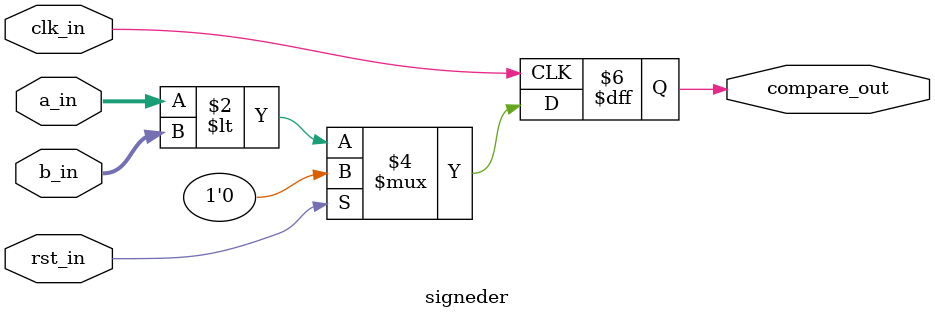
<source format=sv>
`timescale 1ns / 1ps
`default_nettype none

module signeder (
    input wire clk_in,
    input wire rst_in,
    input wire [4:0] a_in,
    input wire [4:0] b_in,
    output logic compare_out
);

    always_ff @(posedge clk_in) begin
        if (rst_in) begin 
            compare_out <= 1'b0;
        end else begin
            compare_out <= (a_in < b_in);
        end
    end


endmodule
`default_nettype wire
</source>
